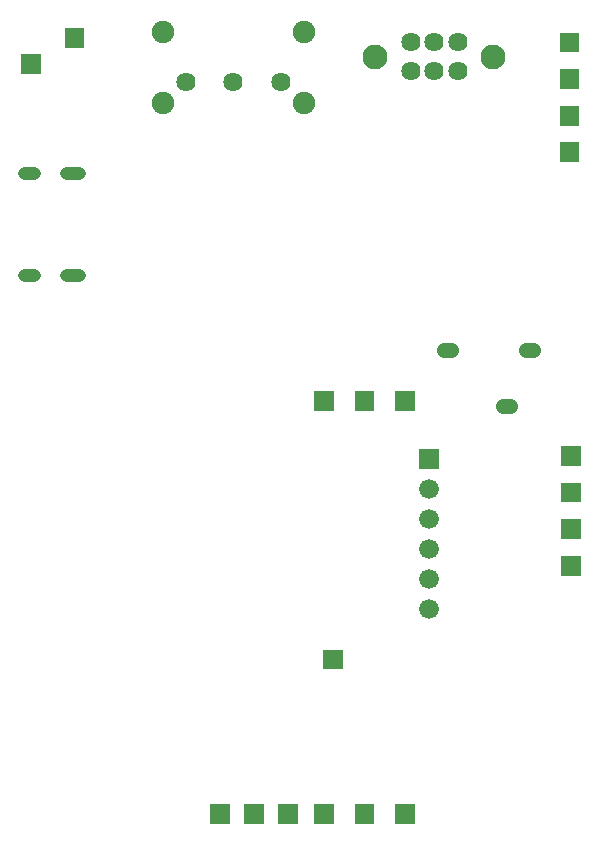
<source format=gbs>
G04 Layer: BottomSolderMaskLayer*
G04 EasyEDA v6.4.30, 2022-01-21 15:04:52*
G04 c46cb3ee090d4a1eb143410c139ed502,dc6f5eff9a9d40dcab93570daa8facdf,10*
G04 Gerber Generator version 0.2*
G04 Scale: 100 percent, Rotated: No, Reflected: No *
G04 Dimensions in millimeters *
G04 leading zeros omitted , absolute positions ,4 integer and 5 decimal *
%FSLAX45Y45*%
%MOMM*%

%ADD75C,1.3016*%
%ADD76C,1.1016*%
%ADD89C,1.9016*%
%ADD90C,1.6256*%
%ADD92C,2.1016*%
%ADD96C,1.6764*%

%LPD*%
D75*
X5215003Y6204991D02*
G01*
X5155003Y6204991D01*
X4515004Y6204991D02*
G01*
X4455005Y6204991D01*
X5015003Y5724982D02*
G01*
X4955004Y5724982D01*
D76*
X985006Y6832980D02*
G01*
X905007Y6832980D01*
X985006Y7696962D02*
G01*
X905007Y7696962D01*
X1370009Y6832980D02*
G01*
X1260010Y6832980D01*
X1370009Y7696962D02*
G01*
X1260010Y7696962D01*
G36*
X1246123Y8756142D02*
G01*
X1246123Y8923781D01*
X1413763Y8923781D01*
X1413763Y8756142D01*
G37*
G36*
X876300Y8536178D02*
G01*
X876300Y8703818D01*
X1043939Y8703818D01*
X1043939Y8536178D01*
G37*
G36*
X5446268Y4291076D02*
G01*
X5446268Y4458715D01*
X5613908Y4458715D01*
X5613908Y4291076D01*
G37*
G36*
X5436108Y7791195D02*
G01*
X5436108Y7958836D01*
X5603747Y7958836D01*
X5603747Y7791195D01*
G37*
G36*
X4046220Y5686044D02*
G01*
X4046220Y5853684D01*
X4213859Y5853684D01*
X4213859Y5686044D01*
G37*
G36*
X4046220Y2186178D02*
G01*
X4046220Y2353818D01*
X4213859Y2353818D01*
X4213859Y2186178D01*
G37*
G36*
X3701288Y5686044D02*
G01*
X3701288Y5853684D01*
X3868927Y5853684D01*
X3868927Y5686044D01*
G37*
D89*
G01*
X2075002Y8294979D03*
G01*
X2075002Y8894978D03*
G01*
X3274999Y8894978D03*
G01*
X3274999Y8294979D03*
D90*
G01*
X2275001Y8469985D03*
G01*
X2675000Y8469985D03*
G01*
X3075000Y8469985D03*
G01*
X4574997Y8560003D03*
G01*
X4374997Y8560003D03*
G01*
X4174997Y8560003D03*
G01*
X4574997Y8809989D03*
G01*
X4374997Y8809989D03*
G01*
X4174997Y8809989D03*
D92*
G01*
X4874996Y8684996D03*
G01*
X3874998Y8684996D03*
G36*
X5446268Y5221223D02*
G01*
X5446268Y5388863D01*
X5613908Y5388863D01*
X5613908Y5221223D01*
G37*
G36*
X5446268Y4601210D02*
G01*
X5446268Y4768850D01*
X5613908Y4768850D01*
X5613908Y4601210D01*
G37*
G36*
X3701288Y2186178D02*
G01*
X3701288Y2353818D01*
X3868927Y2353818D01*
X3868927Y2186178D01*
G37*
G36*
X5436108Y8721089D02*
G01*
X5436108Y8888729D01*
X5603747Y8888729D01*
X5603747Y8721089D01*
G37*
G36*
X5436108Y8101076D02*
G01*
X5436108Y8268715D01*
X5603747Y8268715D01*
X5603747Y8101076D01*
G37*
D96*
G01*
X4329938Y4007942D03*
G01*
X4329938Y4261942D03*
G01*
X4329938Y4515942D03*
G01*
X4329938Y4769942D03*
G01*
X4329938Y5023942D03*
G36*
X4246118Y5194045D02*
G01*
X4246118Y5361686D01*
X4413758Y5361686D01*
X4413758Y5194045D01*
G37*
G36*
X5436108Y8411210D02*
G01*
X5436108Y8578850D01*
X5603747Y8578850D01*
X5603747Y8411210D01*
G37*
G36*
X3356102Y5686044D02*
G01*
X3356102Y5853684D01*
X3523741Y5853684D01*
X3523741Y5686044D01*
G37*
G36*
X5446268Y4911089D02*
G01*
X5446268Y5078729D01*
X5613908Y5078729D01*
X5613908Y4911089D01*
G37*
G36*
X3356102Y2186178D02*
G01*
X3356102Y2353818D01*
X3523741Y2353818D01*
X3523741Y2186178D01*
G37*
G36*
X2766059Y2186178D02*
G01*
X2766059Y2353818D01*
X2933700Y2353818D01*
X2933700Y2186178D01*
G37*
G36*
X3056127Y2186178D02*
G01*
X3056127Y2353818D01*
X3223768Y2353818D01*
X3223768Y2186178D01*
G37*
G36*
X3436111Y3496055D02*
G01*
X3436111Y3663695D01*
X3603752Y3663695D01*
X3603752Y3496055D01*
G37*
G36*
X2476245Y2186178D02*
G01*
X2476245Y2353818D01*
X2643886Y2353818D01*
X2643886Y2186178D01*
G37*
M02*

</source>
